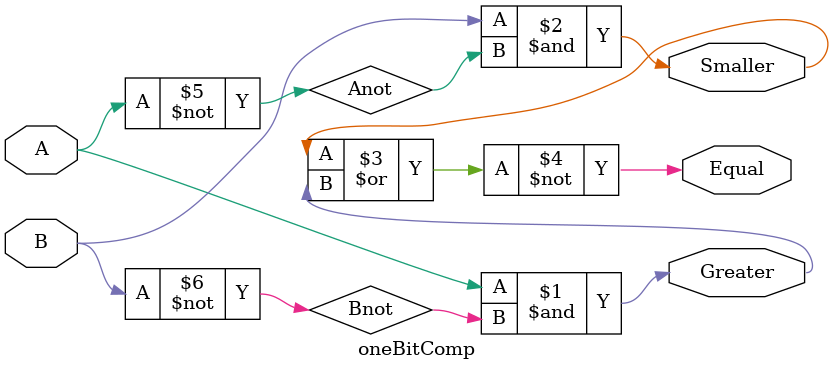
<source format=v>
module oneBitComp(A,B,Greater,Equal,Smaller);
	input A,B;
	output Greater , Smaller,Equal;
	wire Bnot,Anot;// Bnot -> ~B , Anot -> ~A
	not #(2)g0(Anot,A);// Anot = ~A
	not #(2)g1(Bnot ,B);// Bnot = ~B
	and #(5)g2(Greater,A,Bnot);//Greater = A & ~B
	and #(5)g3(Smaller,B,Anot);// Smaller = B & ~A
	nor #(4)g4(Equal,Smaller,Greater);// Equal = ~(Smaller | Greater)
endmodule

</source>
